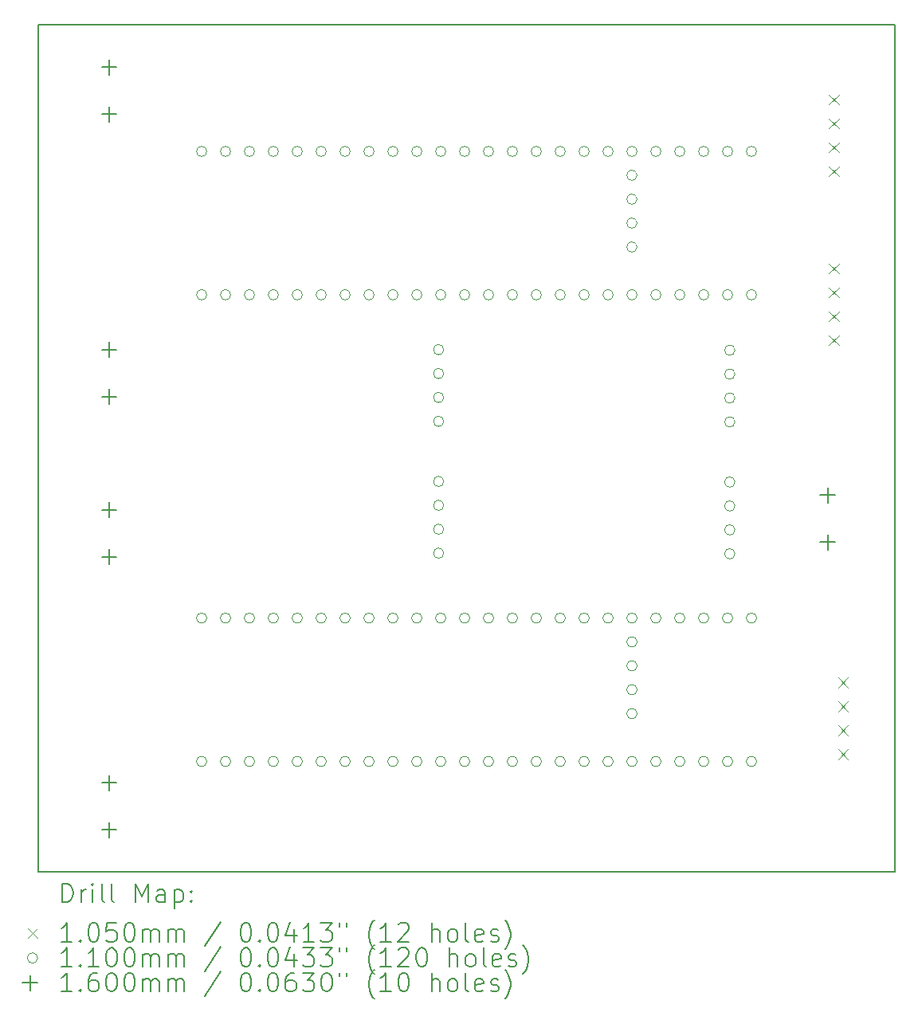
<source format=gbr>
%TF.GenerationSoftware,KiCad,Pcbnew,8.0.8*%
%TF.CreationDate,2025-01-20T13:06:56+08:00*%
%TF.ProjectId,project_pcb,70726f6a-6563-4745-9f70-63622e6b6963,rev?*%
%TF.SameCoordinates,Original*%
%TF.FileFunction,Drillmap*%
%TF.FilePolarity,Positive*%
%FSLAX45Y45*%
G04 Gerber Fmt 4.5, Leading zero omitted, Abs format (unit mm)*
G04 Created by KiCad (PCBNEW 8.0.8) date 2025-01-20 13:06:56*
%MOMM*%
%LPD*%
G01*
G04 APERTURE LIST*
%ADD10C,0.200000*%
%ADD11C,0.104998*%
%ADD12C,0.110002*%
%ADD13C,0.159999*%
G04 APERTURE END LIST*
D10*
X7114000Y-6316000D02*
X16214000Y-6316000D01*
X16214000Y-15316000D01*
X7114000Y-15316000D01*
X7114000Y-6316000D01*
D11*
X15511501Y-7059501D02*
X15616499Y-7164499D01*
X15616499Y-7059501D02*
X15511501Y-7164499D01*
X15511501Y-7313501D02*
X15616499Y-7418499D01*
X15616499Y-7313501D02*
X15511501Y-7418499D01*
X15511501Y-7567501D02*
X15616499Y-7672499D01*
X15616499Y-7567501D02*
X15511501Y-7672499D01*
X15511501Y-7821501D02*
X15616499Y-7926499D01*
X15616499Y-7821501D02*
X15511501Y-7926499D01*
X15511501Y-8851501D02*
X15616499Y-8956499D01*
X15616499Y-8851501D02*
X15511501Y-8956499D01*
X15511501Y-9105501D02*
X15616499Y-9210499D01*
X15616499Y-9105501D02*
X15511501Y-9210499D01*
X15511501Y-9359501D02*
X15616499Y-9464499D01*
X15616499Y-9359501D02*
X15511501Y-9464499D01*
X15511501Y-9613501D02*
X15616499Y-9718499D01*
X15616499Y-9613501D02*
X15511501Y-9718499D01*
X15611501Y-13251501D02*
X15716499Y-13356499D01*
X15716499Y-13251501D02*
X15611501Y-13356499D01*
X15611501Y-13505501D02*
X15716499Y-13610499D01*
X15716499Y-13505501D02*
X15611501Y-13610499D01*
X15611501Y-13759501D02*
X15716499Y-13864499D01*
X15716499Y-13759501D02*
X15611501Y-13864499D01*
X15611501Y-14013501D02*
X15716499Y-14118499D01*
X15716499Y-14013501D02*
X15611501Y-14118499D01*
D12*
X8901001Y-7660000D02*
G75*
G02*
X8790999Y-7660000I-55001J0D01*
G01*
X8790999Y-7660000D02*
G75*
G02*
X8901001Y-7660000I55001J0D01*
G01*
X8901001Y-9183000D02*
G75*
G02*
X8790999Y-9183000I-55001J0D01*
G01*
X8790999Y-9183000D02*
G75*
G02*
X8901001Y-9183000I55001J0D01*
G01*
X8901001Y-12618000D02*
G75*
G02*
X8790999Y-12618000I-55001J0D01*
G01*
X8790999Y-12618000D02*
G75*
G02*
X8901001Y-12618000I55001J0D01*
G01*
X8901001Y-14141000D02*
G75*
G02*
X8790999Y-14141000I-55001J0D01*
G01*
X8790999Y-14141000D02*
G75*
G02*
X8901001Y-14141000I55001J0D01*
G01*
X9155001Y-7660000D02*
G75*
G02*
X9044999Y-7660000I-55001J0D01*
G01*
X9044999Y-7660000D02*
G75*
G02*
X9155001Y-7660000I55001J0D01*
G01*
X9155001Y-9183000D02*
G75*
G02*
X9044999Y-9183000I-55001J0D01*
G01*
X9044999Y-9183000D02*
G75*
G02*
X9155001Y-9183000I55001J0D01*
G01*
X9155001Y-12618000D02*
G75*
G02*
X9044999Y-12618000I-55001J0D01*
G01*
X9044999Y-12618000D02*
G75*
G02*
X9155001Y-12618000I55001J0D01*
G01*
X9155001Y-14141000D02*
G75*
G02*
X9044999Y-14141000I-55001J0D01*
G01*
X9044999Y-14141000D02*
G75*
G02*
X9155001Y-14141000I55001J0D01*
G01*
X9409001Y-7660000D02*
G75*
G02*
X9298999Y-7660000I-55001J0D01*
G01*
X9298999Y-7660000D02*
G75*
G02*
X9409001Y-7660000I55001J0D01*
G01*
X9409001Y-9183000D02*
G75*
G02*
X9298999Y-9183000I-55001J0D01*
G01*
X9298999Y-9183000D02*
G75*
G02*
X9409001Y-9183000I55001J0D01*
G01*
X9409001Y-12618000D02*
G75*
G02*
X9298999Y-12618000I-55001J0D01*
G01*
X9298999Y-12618000D02*
G75*
G02*
X9409001Y-12618000I55001J0D01*
G01*
X9409001Y-14141000D02*
G75*
G02*
X9298999Y-14141000I-55001J0D01*
G01*
X9298999Y-14141000D02*
G75*
G02*
X9409001Y-14141000I55001J0D01*
G01*
X9663001Y-7660000D02*
G75*
G02*
X9552999Y-7660000I-55001J0D01*
G01*
X9552999Y-7660000D02*
G75*
G02*
X9663001Y-7660000I55001J0D01*
G01*
X9663001Y-9183000D02*
G75*
G02*
X9552999Y-9183000I-55001J0D01*
G01*
X9552999Y-9183000D02*
G75*
G02*
X9663001Y-9183000I55001J0D01*
G01*
X9663001Y-12618000D02*
G75*
G02*
X9552999Y-12618000I-55001J0D01*
G01*
X9552999Y-12618000D02*
G75*
G02*
X9663001Y-12618000I55001J0D01*
G01*
X9663001Y-14141000D02*
G75*
G02*
X9552999Y-14141000I-55001J0D01*
G01*
X9552999Y-14141000D02*
G75*
G02*
X9663001Y-14141000I55001J0D01*
G01*
X9917001Y-7660000D02*
G75*
G02*
X9806999Y-7660000I-55001J0D01*
G01*
X9806999Y-7660000D02*
G75*
G02*
X9917001Y-7660000I55001J0D01*
G01*
X9917001Y-9183000D02*
G75*
G02*
X9806999Y-9183000I-55001J0D01*
G01*
X9806999Y-9183000D02*
G75*
G02*
X9917001Y-9183000I55001J0D01*
G01*
X9917001Y-12618000D02*
G75*
G02*
X9806999Y-12618000I-55001J0D01*
G01*
X9806999Y-12618000D02*
G75*
G02*
X9917001Y-12618000I55001J0D01*
G01*
X9917001Y-14141000D02*
G75*
G02*
X9806999Y-14141000I-55001J0D01*
G01*
X9806999Y-14141000D02*
G75*
G02*
X9917001Y-14141000I55001J0D01*
G01*
X10171001Y-7660000D02*
G75*
G02*
X10060999Y-7660000I-55001J0D01*
G01*
X10060999Y-7660000D02*
G75*
G02*
X10171001Y-7660000I55001J0D01*
G01*
X10171001Y-9183000D02*
G75*
G02*
X10060999Y-9183000I-55001J0D01*
G01*
X10060999Y-9183000D02*
G75*
G02*
X10171001Y-9183000I55001J0D01*
G01*
X10171001Y-12618000D02*
G75*
G02*
X10060999Y-12618000I-55001J0D01*
G01*
X10060999Y-12618000D02*
G75*
G02*
X10171001Y-12618000I55001J0D01*
G01*
X10171001Y-14141000D02*
G75*
G02*
X10060999Y-14141000I-55001J0D01*
G01*
X10060999Y-14141000D02*
G75*
G02*
X10171001Y-14141000I55001J0D01*
G01*
X10425001Y-7660000D02*
G75*
G02*
X10314999Y-7660000I-55001J0D01*
G01*
X10314999Y-7660000D02*
G75*
G02*
X10425001Y-7660000I55001J0D01*
G01*
X10425001Y-9183000D02*
G75*
G02*
X10314999Y-9183000I-55001J0D01*
G01*
X10314999Y-9183000D02*
G75*
G02*
X10425001Y-9183000I55001J0D01*
G01*
X10425001Y-12618000D02*
G75*
G02*
X10314999Y-12618000I-55001J0D01*
G01*
X10314999Y-12618000D02*
G75*
G02*
X10425001Y-12618000I55001J0D01*
G01*
X10425001Y-14141000D02*
G75*
G02*
X10314999Y-14141000I-55001J0D01*
G01*
X10314999Y-14141000D02*
G75*
G02*
X10425001Y-14141000I55001J0D01*
G01*
X10679001Y-7660000D02*
G75*
G02*
X10568999Y-7660000I-55001J0D01*
G01*
X10568999Y-7660000D02*
G75*
G02*
X10679001Y-7660000I55001J0D01*
G01*
X10679001Y-9183000D02*
G75*
G02*
X10568999Y-9183000I-55001J0D01*
G01*
X10568999Y-9183000D02*
G75*
G02*
X10679001Y-9183000I55001J0D01*
G01*
X10679001Y-12618000D02*
G75*
G02*
X10568999Y-12618000I-55001J0D01*
G01*
X10568999Y-12618000D02*
G75*
G02*
X10679001Y-12618000I55001J0D01*
G01*
X10679001Y-14141000D02*
G75*
G02*
X10568999Y-14141000I-55001J0D01*
G01*
X10568999Y-14141000D02*
G75*
G02*
X10679001Y-14141000I55001J0D01*
G01*
X10933001Y-7660000D02*
G75*
G02*
X10822999Y-7660000I-55001J0D01*
G01*
X10822999Y-7660000D02*
G75*
G02*
X10933001Y-7660000I55001J0D01*
G01*
X10933001Y-9183000D02*
G75*
G02*
X10822999Y-9183000I-55001J0D01*
G01*
X10822999Y-9183000D02*
G75*
G02*
X10933001Y-9183000I55001J0D01*
G01*
X10933001Y-12618000D02*
G75*
G02*
X10822999Y-12618000I-55001J0D01*
G01*
X10822999Y-12618000D02*
G75*
G02*
X10933001Y-12618000I55001J0D01*
G01*
X10933001Y-14141000D02*
G75*
G02*
X10822999Y-14141000I-55001J0D01*
G01*
X10822999Y-14141000D02*
G75*
G02*
X10933001Y-14141000I55001J0D01*
G01*
X11187001Y-7660000D02*
G75*
G02*
X11076999Y-7660000I-55001J0D01*
G01*
X11076999Y-7660000D02*
G75*
G02*
X11187001Y-7660000I55001J0D01*
G01*
X11187001Y-9183000D02*
G75*
G02*
X11076999Y-9183000I-55001J0D01*
G01*
X11076999Y-9183000D02*
G75*
G02*
X11187001Y-9183000I55001J0D01*
G01*
X11187001Y-12618000D02*
G75*
G02*
X11076999Y-12618000I-55001J0D01*
G01*
X11076999Y-12618000D02*
G75*
G02*
X11187001Y-12618000I55001J0D01*
G01*
X11187001Y-14141000D02*
G75*
G02*
X11076999Y-14141000I-55001J0D01*
G01*
X11076999Y-14141000D02*
G75*
G02*
X11187001Y-14141000I55001J0D01*
G01*
X11419001Y-9766000D02*
G75*
G02*
X11308999Y-9766000I-55001J0D01*
G01*
X11308999Y-9766000D02*
G75*
G02*
X11419001Y-9766000I55001J0D01*
G01*
X11419001Y-10020000D02*
G75*
G02*
X11308999Y-10020000I-55001J0D01*
G01*
X11308999Y-10020000D02*
G75*
G02*
X11419001Y-10020000I55001J0D01*
G01*
X11419001Y-10274000D02*
G75*
G02*
X11308999Y-10274000I-55001J0D01*
G01*
X11308999Y-10274000D02*
G75*
G02*
X11419001Y-10274000I55001J0D01*
G01*
X11419001Y-10528000D02*
G75*
G02*
X11308999Y-10528000I-55001J0D01*
G01*
X11308999Y-10528000D02*
G75*
G02*
X11419001Y-10528000I55001J0D01*
G01*
X11419001Y-11166000D02*
G75*
G02*
X11308999Y-11166000I-55001J0D01*
G01*
X11308999Y-11166000D02*
G75*
G02*
X11419001Y-11166000I55001J0D01*
G01*
X11419001Y-11420000D02*
G75*
G02*
X11308999Y-11420000I-55001J0D01*
G01*
X11308999Y-11420000D02*
G75*
G02*
X11419001Y-11420000I55001J0D01*
G01*
X11419001Y-11674000D02*
G75*
G02*
X11308999Y-11674000I-55001J0D01*
G01*
X11308999Y-11674000D02*
G75*
G02*
X11419001Y-11674000I55001J0D01*
G01*
X11419001Y-11928000D02*
G75*
G02*
X11308999Y-11928000I-55001J0D01*
G01*
X11308999Y-11928000D02*
G75*
G02*
X11419001Y-11928000I55001J0D01*
G01*
X11441001Y-7660000D02*
G75*
G02*
X11330999Y-7660000I-55001J0D01*
G01*
X11330999Y-7660000D02*
G75*
G02*
X11441001Y-7660000I55001J0D01*
G01*
X11441001Y-9183000D02*
G75*
G02*
X11330999Y-9183000I-55001J0D01*
G01*
X11330999Y-9183000D02*
G75*
G02*
X11441001Y-9183000I55001J0D01*
G01*
X11441001Y-12618000D02*
G75*
G02*
X11330999Y-12618000I-55001J0D01*
G01*
X11330999Y-12618000D02*
G75*
G02*
X11441001Y-12618000I55001J0D01*
G01*
X11441001Y-14141000D02*
G75*
G02*
X11330999Y-14141000I-55001J0D01*
G01*
X11330999Y-14141000D02*
G75*
G02*
X11441001Y-14141000I55001J0D01*
G01*
X11695001Y-7660000D02*
G75*
G02*
X11584999Y-7660000I-55001J0D01*
G01*
X11584999Y-7660000D02*
G75*
G02*
X11695001Y-7660000I55001J0D01*
G01*
X11695001Y-9183000D02*
G75*
G02*
X11584999Y-9183000I-55001J0D01*
G01*
X11584999Y-9183000D02*
G75*
G02*
X11695001Y-9183000I55001J0D01*
G01*
X11695001Y-12618000D02*
G75*
G02*
X11584999Y-12618000I-55001J0D01*
G01*
X11584999Y-12618000D02*
G75*
G02*
X11695001Y-12618000I55001J0D01*
G01*
X11695001Y-14141000D02*
G75*
G02*
X11584999Y-14141000I-55001J0D01*
G01*
X11584999Y-14141000D02*
G75*
G02*
X11695001Y-14141000I55001J0D01*
G01*
X11949001Y-7660000D02*
G75*
G02*
X11838999Y-7660000I-55001J0D01*
G01*
X11838999Y-7660000D02*
G75*
G02*
X11949001Y-7660000I55001J0D01*
G01*
X11949001Y-9183000D02*
G75*
G02*
X11838999Y-9183000I-55001J0D01*
G01*
X11838999Y-9183000D02*
G75*
G02*
X11949001Y-9183000I55001J0D01*
G01*
X11949001Y-12618000D02*
G75*
G02*
X11838999Y-12618000I-55001J0D01*
G01*
X11838999Y-12618000D02*
G75*
G02*
X11949001Y-12618000I55001J0D01*
G01*
X11949001Y-14141000D02*
G75*
G02*
X11838999Y-14141000I-55001J0D01*
G01*
X11838999Y-14141000D02*
G75*
G02*
X11949001Y-14141000I55001J0D01*
G01*
X12203001Y-7660000D02*
G75*
G02*
X12092999Y-7660000I-55001J0D01*
G01*
X12092999Y-7660000D02*
G75*
G02*
X12203001Y-7660000I55001J0D01*
G01*
X12203001Y-9183000D02*
G75*
G02*
X12092999Y-9183000I-55001J0D01*
G01*
X12092999Y-9183000D02*
G75*
G02*
X12203001Y-9183000I55001J0D01*
G01*
X12203001Y-12618000D02*
G75*
G02*
X12092999Y-12618000I-55001J0D01*
G01*
X12092999Y-12618000D02*
G75*
G02*
X12203001Y-12618000I55001J0D01*
G01*
X12203001Y-14141000D02*
G75*
G02*
X12092999Y-14141000I-55001J0D01*
G01*
X12092999Y-14141000D02*
G75*
G02*
X12203001Y-14141000I55001J0D01*
G01*
X12457001Y-7660000D02*
G75*
G02*
X12346999Y-7660000I-55001J0D01*
G01*
X12346999Y-7660000D02*
G75*
G02*
X12457001Y-7660000I55001J0D01*
G01*
X12457001Y-9183000D02*
G75*
G02*
X12346999Y-9183000I-55001J0D01*
G01*
X12346999Y-9183000D02*
G75*
G02*
X12457001Y-9183000I55001J0D01*
G01*
X12457001Y-12618000D02*
G75*
G02*
X12346999Y-12618000I-55001J0D01*
G01*
X12346999Y-12618000D02*
G75*
G02*
X12457001Y-12618000I55001J0D01*
G01*
X12457001Y-14141000D02*
G75*
G02*
X12346999Y-14141000I-55001J0D01*
G01*
X12346999Y-14141000D02*
G75*
G02*
X12457001Y-14141000I55001J0D01*
G01*
X12711001Y-7660000D02*
G75*
G02*
X12600999Y-7660000I-55001J0D01*
G01*
X12600999Y-7660000D02*
G75*
G02*
X12711001Y-7660000I55001J0D01*
G01*
X12711001Y-9183000D02*
G75*
G02*
X12600999Y-9183000I-55001J0D01*
G01*
X12600999Y-9183000D02*
G75*
G02*
X12711001Y-9183000I55001J0D01*
G01*
X12711001Y-12618000D02*
G75*
G02*
X12600999Y-12618000I-55001J0D01*
G01*
X12600999Y-12618000D02*
G75*
G02*
X12711001Y-12618000I55001J0D01*
G01*
X12711001Y-14141000D02*
G75*
G02*
X12600999Y-14141000I-55001J0D01*
G01*
X12600999Y-14141000D02*
G75*
G02*
X12711001Y-14141000I55001J0D01*
G01*
X12965001Y-7660000D02*
G75*
G02*
X12854999Y-7660000I-55001J0D01*
G01*
X12854999Y-7660000D02*
G75*
G02*
X12965001Y-7660000I55001J0D01*
G01*
X12965001Y-9183000D02*
G75*
G02*
X12854999Y-9183000I-55001J0D01*
G01*
X12854999Y-9183000D02*
G75*
G02*
X12965001Y-9183000I55001J0D01*
G01*
X12965001Y-12618000D02*
G75*
G02*
X12854999Y-12618000I-55001J0D01*
G01*
X12854999Y-12618000D02*
G75*
G02*
X12965001Y-12618000I55001J0D01*
G01*
X12965001Y-14141000D02*
G75*
G02*
X12854999Y-14141000I-55001J0D01*
G01*
X12854999Y-14141000D02*
G75*
G02*
X12965001Y-14141000I55001J0D01*
G01*
X13219001Y-7660000D02*
G75*
G02*
X13108999Y-7660000I-55001J0D01*
G01*
X13108999Y-7660000D02*
G75*
G02*
X13219001Y-7660000I55001J0D01*
G01*
X13219001Y-9183000D02*
G75*
G02*
X13108999Y-9183000I-55001J0D01*
G01*
X13108999Y-9183000D02*
G75*
G02*
X13219001Y-9183000I55001J0D01*
G01*
X13219001Y-12618000D02*
G75*
G02*
X13108999Y-12618000I-55001J0D01*
G01*
X13108999Y-12618000D02*
G75*
G02*
X13219001Y-12618000I55001J0D01*
G01*
X13219001Y-14141000D02*
G75*
G02*
X13108999Y-14141000I-55001J0D01*
G01*
X13108999Y-14141000D02*
G75*
G02*
X13219001Y-14141000I55001J0D01*
G01*
X13472371Y-7913530D02*
G75*
G02*
X13362369Y-7913530I-55001J0D01*
G01*
X13362369Y-7913530D02*
G75*
G02*
X13472371Y-7913530I55001J0D01*
G01*
X13472371Y-8167530D02*
G75*
G02*
X13362369Y-8167530I-55001J0D01*
G01*
X13362369Y-8167530D02*
G75*
G02*
X13472371Y-8167530I55001J0D01*
G01*
X13472371Y-8421530D02*
G75*
G02*
X13362369Y-8421530I-55001J0D01*
G01*
X13362369Y-8421530D02*
G75*
G02*
X13472371Y-8421530I55001J0D01*
G01*
X13472371Y-8675530D02*
G75*
G02*
X13362369Y-8675530I-55001J0D01*
G01*
X13362369Y-8675530D02*
G75*
G02*
X13472371Y-8675530I55001J0D01*
G01*
X13472441Y-12871440D02*
G75*
G02*
X13362439Y-12871440I-55001J0D01*
G01*
X13362439Y-12871440D02*
G75*
G02*
X13472441Y-12871440I55001J0D01*
G01*
X13472441Y-13125440D02*
G75*
G02*
X13362439Y-13125440I-55001J0D01*
G01*
X13362439Y-13125440D02*
G75*
G02*
X13472441Y-13125440I55001J0D01*
G01*
X13472441Y-13379440D02*
G75*
G02*
X13362439Y-13379440I-55001J0D01*
G01*
X13362439Y-13379440D02*
G75*
G02*
X13472441Y-13379440I55001J0D01*
G01*
X13472441Y-13633440D02*
G75*
G02*
X13362439Y-13633440I-55001J0D01*
G01*
X13362439Y-13633440D02*
G75*
G02*
X13472441Y-13633440I55001J0D01*
G01*
X13473001Y-7660000D02*
G75*
G02*
X13362999Y-7660000I-55001J0D01*
G01*
X13362999Y-7660000D02*
G75*
G02*
X13473001Y-7660000I55001J0D01*
G01*
X13473001Y-9183000D02*
G75*
G02*
X13362999Y-9183000I-55001J0D01*
G01*
X13362999Y-9183000D02*
G75*
G02*
X13473001Y-9183000I55001J0D01*
G01*
X13473001Y-12618000D02*
G75*
G02*
X13362999Y-12618000I-55001J0D01*
G01*
X13362999Y-12618000D02*
G75*
G02*
X13473001Y-12618000I55001J0D01*
G01*
X13473001Y-14141000D02*
G75*
G02*
X13362999Y-14141000I-55001J0D01*
G01*
X13362999Y-14141000D02*
G75*
G02*
X13473001Y-14141000I55001J0D01*
G01*
X13727001Y-7660000D02*
G75*
G02*
X13616999Y-7660000I-55001J0D01*
G01*
X13616999Y-7660000D02*
G75*
G02*
X13727001Y-7660000I55001J0D01*
G01*
X13727001Y-9183000D02*
G75*
G02*
X13616999Y-9183000I-55001J0D01*
G01*
X13616999Y-9183000D02*
G75*
G02*
X13727001Y-9183000I55001J0D01*
G01*
X13727001Y-12618000D02*
G75*
G02*
X13616999Y-12618000I-55001J0D01*
G01*
X13616999Y-12618000D02*
G75*
G02*
X13727001Y-12618000I55001J0D01*
G01*
X13727001Y-14141000D02*
G75*
G02*
X13616999Y-14141000I-55001J0D01*
G01*
X13616999Y-14141000D02*
G75*
G02*
X13727001Y-14141000I55001J0D01*
G01*
X13981001Y-7660000D02*
G75*
G02*
X13870999Y-7660000I-55001J0D01*
G01*
X13870999Y-7660000D02*
G75*
G02*
X13981001Y-7660000I55001J0D01*
G01*
X13981001Y-9183000D02*
G75*
G02*
X13870999Y-9183000I-55001J0D01*
G01*
X13870999Y-9183000D02*
G75*
G02*
X13981001Y-9183000I55001J0D01*
G01*
X13981001Y-12618000D02*
G75*
G02*
X13870999Y-12618000I-55001J0D01*
G01*
X13870999Y-12618000D02*
G75*
G02*
X13981001Y-12618000I55001J0D01*
G01*
X13981001Y-14141000D02*
G75*
G02*
X13870999Y-14141000I-55001J0D01*
G01*
X13870999Y-14141000D02*
G75*
G02*
X13981001Y-14141000I55001J0D01*
G01*
X14235001Y-7660000D02*
G75*
G02*
X14124999Y-7660000I-55001J0D01*
G01*
X14124999Y-7660000D02*
G75*
G02*
X14235001Y-7660000I55001J0D01*
G01*
X14235001Y-9183000D02*
G75*
G02*
X14124999Y-9183000I-55001J0D01*
G01*
X14124999Y-9183000D02*
G75*
G02*
X14235001Y-9183000I55001J0D01*
G01*
X14235001Y-12618000D02*
G75*
G02*
X14124999Y-12618000I-55001J0D01*
G01*
X14124999Y-12618000D02*
G75*
G02*
X14235001Y-12618000I55001J0D01*
G01*
X14235001Y-14141000D02*
G75*
G02*
X14124999Y-14141000I-55001J0D01*
G01*
X14124999Y-14141000D02*
G75*
G02*
X14235001Y-14141000I55001J0D01*
G01*
X14489001Y-7660000D02*
G75*
G02*
X14378999Y-7660000I-55001J0D01*
G01*
X14378999Y-7660000D02*
G75*
G02*
X14489001Y-7660000I55001J0D01*
G01*
X14489001Y-9183000D02*
G75*
G02*
X14378999Y-9183000I-55001J0D01*
G01*
X14378999Y-9183000D02*
G75*
G02*
X14489001Y-9183000I55001J0D01*
G01*
X14489001Y-12618000D02*
G75*
G02*
X14378999Y-12618000I-55001J0D01*
G01*
X14378999Y-12618000D02*
G75*
G02*
X14489001Y-12618000I55001J0D01*
G01*
X14489001Y-14141000D02*
G75*
G02*
X14378999Y-14141000I-55001J0D01*
G01*
X14378999Y-14141000D02*
G75*
G02*
X14489001Y-14141000I55001J0D01*
G01*
X14512001Y-9772000D02*
G75*
G02*
X14401999Y-9772000I-55001J0D01*
G01*
X14401999Y-9772000D02*
G75*
G02*
X14512001Y-9772000I55001J0D01*
G01*
X14512001Y-10026000D02*
G75*
G02*
X14401999Y-10026000I-55001J0D01*
G01*
X14401999Y-10026000D02*
G75*
G02*
X14512001Y-10026000I55001J0D01*
G01*
X14512001Y-10280000D02*
G75*
G02*
X14401999Y-10280000I-55001J0D01*
G01*
X14401999Y-10280000D02*
G75*
G02*
X14512001Y-10280000I55001J0D01*
G01*
X14512001Y-10534000D02*
G75*
G02*
X14401999Y-10534000I-55001J0D01*
G01*
X14401999Y-10534000D02*
G75*
G02*
X14512001Y-10534000I55001J0D01*
G01*
X14512001Y-11173000D02*
G75*
G02*
X14401999Y-11173000I-55001J0D01*
G01*
X14401999Y-11173000D02*
G75*
G02*
X14512001Y-11173000I55001J0D01*
G01*
X14512001Y-11427000D02*
G75*
G02*
X14401999Y-11427000I-55001J0D01*
G01*
X14401999Y-11427000D02*
G75*
G02*
X14512001Y-11427000I55001J0D01*
G01*
X14512001Y-11681000D02*
G75*
G02*
X14401999Y-11681000I-55001J0D01*
G01*
X14401999Y-11681000D02*
G75*
G02*
X14512001Y-11681000I55001J0D01*
G01*
X14512001Y-11935000D02*
G75*
G02*
X14401999Y-11935000I-55001J0D01*
G01*
X14401999Y-11935000D02*
G75*
G02*
X14512001Y-11935000I55001J0D01*
G01*
X14743001Y-7660000D02*
G75*
G02*
X14632999Y-7660000I-55001J0D01*
G01*
X14632999Y-7660000D02*
G75*
G02*
X14743001Y-7660000I55001J0D01*
G01*
X14743001Y-9183000D02*
G75*
G02*
X14632999Y-9183000I-55001J0D01*
G01*
X14632999Y-9183000D02*
G75*
G02*
X14743001Y-9183000I55001J0D01*
G01*
X14743001Y-12618000D02*
G75*
G02*
X14632999Y-12618000I-55001J0D01*
G01*
X14632999Y-12618000D02*
G75*
G02*
X14743001Y-12618000I55001J0D01*
G01*
X14743001Y-14141000D02*
G75*
G02*
X14632999Y-14141000I-55001J0D01*
G01*
X14632999Y-14141000D02*
G75*
G02*
X14743001Y-14141000I55001J0D01*
G01*
D13*
X7864000Y-6686000D02*
X7864000Y-6846000D01*
X7784000Y-6766000D02*
X7944000Y-6766000D01*
X7864000Y-7186000D02*
X7864000Y-7346000D01*
X7784000Y-7266000D02*
X7944000Y-7266000D01*
X7864000Y-9686000D02*
X7864000Y-9846000D01*
X7784000Y-9766000D02*
X7944000Y-9766000D01*
X7864000Y-10186000D02*
X7864000Y-10346000D01*
X7784000Y-10266000D02*
X7944000Y-10266000D01*
X7864000Y-11386000D02*
X7864000Y-11546000D01*
X7784000Y-11466000D02*
X7944000Y-11466000D01*
X7864000Y-11886000D02*
X7864000Y-12046000D01*
X7784000Y-11966000D02*
X7944000Y-11966000D01*
X7864000Y-14286000D02*
X7864000Y-14446000D01*
X7784000Y-14366000D02*
X7944000Y-14366000D01*
X7864000Y-14786000D02*
X7864000Y-14946000D01*
X7784000Y-14866000D02*
X7944000Y-14866000D01*
X15500000Y-11230000D02*
X15500000Y-11390000D01*
X15420000Y-11310000D02*
X15580000Y-11310000D01*
X15500000Y-11730000D02*
X15500000Y-11890000D01*
X15420000Y-11810000D02*
X15580000Y-11810000D01*
D10*
X7364777Y-15637484D02*
X7364777Y-15437484D01*
X7364777Y-15437484D02*
X7412396Y-15437484D01*
X7412396Y-15437484D02*
X7440967Y-15447008D01*
X7440967Y-15447008D02*
X7460015Y-15466055D01*
X7460015Y-15466055D02*
X7469539Y-15485103D01*
X7469539Y-15485103D02*
X7479062Y-15523198D01*
X7479062Y-15523198D02*
X7479062Y-15551769D01*
X7479062Y-15551769D02*
X7469539Y-15589865D01*
X7469539Y-15589865D02*
X7460015Y-15608912D01*
X7460015Y-15608912D02*
X7440967Y-15627960D01*
X7440967Y-15627960D02*
X7412396Y-15637484D01*
X7412396Y-15637484D02*
X7364777Y-15637484D01*
X7564777Y-15637484D02*
X7564777Y-15504150D01*
X7564777Y-15542246D02*
X7574301Y-15523198D01*
X7574301Y-15523198D02*
X7583824Y-15513674D01*
X7583824Y-15513674D02*
X7602872Y-15504150D01*
X7602872Y-15504150D02*
X7621920Y-15504150D01*
X7688586Y-15637484D02*
X7688586Y-15504150D01*
X7688586Y-15437484D02*
X7679062Y-15447008D01*
X7679062Y-15447008D02*
X7688586Y-15456531D01*
X7688586Y-15456531D02*
X7698110Y-15447008D01*
X7698110Y-15447008D02*
X7688586Y-15437484D01*
X7688586Y-15437484D02*
X7688586Y-15456531D01*
X7812396Y-15637484D02*
X7793348Y-15627960D01*
X7793348Y-15627960D02*
X7783824Y-15608912D01*
X7783824Y-15608912D02*
X7783824Y-15437484D01*
X7917158Y-15637484D02*
X7898110Y-15627960D01*
X7898110Y-15627960D02*
X7888586Y-15608912D01*
X7888586Y-15608912D02*
X7888586Y-15437484D01*
X8145729Y-15637484D02*
X8145729Y-15437484D01*
X8145729Y-15437484D02*
X8212396Y-15580341D01*
X8212396Y-15580341D02*
X8279062Y-15437484D01*
X8279062Y-15437484D02*
X8279062Y-15637484D01*
X8460015Y-15637484D02*
X8460015Y-15532722D01*
X8460015Y-15532722D02*
X8450491Y-15513674D01*
X8450491Y-15513674D02*
X8431444Y-15504150D01*
X8431444Y-15504150D02*
X8393348Y-15504150D01*
X8393348Y-15504150D02*
X8374301Y-15513674D01*
X8460015Y-15627960D02*
X8440967Y-15637484D01*
X8440967Y-15637484D02*
X8393348Y-15637484D01*
X8393348Y-15637484D02*
X8374301Y-15627960D01*
X8374301Y-15627960D02*
X8364777Y-15608912D01*
X8364777Y-15608912D02*
X8364777Y-15589865D01*
X8364777Y-15589865D02*
X8374301Y-15570817D01*
X8374301Y-15570817D02*
X8393348Y-15561293D01*
X8393348Y-15561293D02*
X8440967Y-15561293D01*
X8440967Y-15561293D02*
X8460015Y-15551769D01*
X8555253Y-15504150D02*
X8555253Y-15704150D01*
X8555253Y-15513674D02*
X8574301Y-15504150D01*
X8574301Y-15504150D02*
X8612396Y-15504150D01*
X8612396Y-15504150D02*
X8631444Y-15513674D01*
X8631444Y-15513674D02*
X8640967Y-15523198D01*
X8640967Y-15523198D02*
X8650491Y-15542246D01*
X8650491Y-15542246D02*
X8650491Y-15599388D01*
X8650491Y-15599388D02*
X8640967Y-15618436D01*
X8640967Y-15618436D02*
X8631444Y-15627960D01*
X8631444Y-15627960D02*
X8612396Y-15637484D01*
X8612396Y-15637484D02*
X8574301Y-15637484D01*
X8574301Y-15637484D02*
X8555253Y-15627960D01*
X8736205Y-15618436D02*
X8745729Y-15627960D01*
X8745729Y-15627960D02*
X8736205Y-15637484D01*
X8736205Y-15637484D02*
X8726682Y-15627960D01*
X8726682Y-15627960D02*
X8736205Y-15618436D01*
X8736205Y-15618436D02*
X8736205Y-15637484D01*
X8736205Y-15513674D02*
X8745729Y-15523198D01*
X8745729Y-15523198D02*
X8736205Y-15532722D01*
X8736205Y-15532722D02*
X8726682Y-15523198D01*
X8726682Y-15523198D02*
X8736205Y-15513674D01*
X8736205Y-15513674D02*
X8736205Y-15532722D01*
D11*
X6999002Y-15913501D02*
X7104000Y-16018499D01*
X7104000Y-15913501D02*
X6999002Y-16018499D01*
D10*
X7469539Y-16057484D02*
X7355253Y-16057484D01*
X7412396Y-16057484D02*
X7412396Y-15857484D01*
X7412396Y-15857484D02*
X7393348Y-15886055D01*
X7393348Y-15886055D02*
X7374301Y-15905103D01*
X7374301Y-15905103D02*
X7355253Y-15914627D01*
X7555253Y-16038436D02*
X7564777Y-16047960D01*
X7564777Y-16047960D02*
X7555253Y-16057484D01*
X7555253Y-16057484D02*
X7545729Y-16047960D01*
X7545729Y-16047960D02*
X7555253Y-16038436D01*
X7555253Y-16038436D02*
X7555253Y-16057484D01*
X7688586Y-15857484D02*
X7707634Y-15857484D01*
X7707634Y-15857484D02*
X7726682Y-15867008D01*
X7726682Y-15867008D02*
X7736205Y-15876531D01*
X7736205Y-15876531D02*
X7745729Y-15895579D01*
X7745729Y-15895579D02*
X7755253Y-15933674D01*
X7755253Y-15933674D02*
X7755253Y-15981293D01*
X7755253Y-15981293D02*
X7745729Y-16019388D01*
X7745729Y-16019388D02*
X7736205Y-16038436D01*
X7736205Y-16038436D02*
X7726682Y-16047960D01*
X7726682Y-16047960D02*
X7707634Y-16057484D01*
X7707634Y-16057484D02*
X7688586Y-16057484D01*
X7688586Y-16057484D02*
X7669539Y-16047960D01*
X7669539Y-16047960D02*
X7660015Y-16038436D01*
X7660015Y-16038436D02*
X7650491Y-16019388D01*
X7650491Y-16019388D02*
X7640967Y-15981293D01*
X7640967Y-15981293D02*
X7640967Y-15933674D01*
X7640967Y-15933674D02*
X7650491Y-15895579D01*
X7650491Y-15895579D02*
X7660015Y-15876531D01*
X7660015Y-15876531D02*
X7669539Y-15867008D01*
X7669539Y-15867008D02*
X7688586Y-15857484D01*
X7936205Y-15857484D02*
X7840967Y-15857484D01*
X7840967Y-15857484D02*
X7831443Y-15952722D01*
X7831443Y-15952722D02*
X7840967Y-15943198D01*
X7840967Y-15943198D02*
X7860015Y-15933674D01*
X7860015Y-15933674D02*
X7907634Y-15933674D01*
X7907634Y-15933674D02*
X7926682Y-15943198D01*
X7926682Y-15943198D02*
X7936205Y-15952722D01*
X7936205Y-15952722D02*
X7945729Y-15971769D01*
X7945729Y-15971769D02*
X7945729Y-16019388D01*
X7945729Y-16019388D02*
X7936205Y-16038436D01*
X7936205Y-16038436D02*
X7926682Y-16047960D01*
X7926682Y-16047960D02*
X7907634Y-16057484D01*
X7907634Y-16057484D02*
X7860015Y-16057484D01*
X7860015Y-16057484D02*
X7840967Y-16047960D01*
X7840967Y-16047960D02*
X7831443Y-16038436D01*
X8069539Y-15857484D02*
X8088586Y-15857484D01*
X8088586Y-15857484D02*
X8107634Y-15867008D01*
X8107634Y-15867008D02*
X8117158Y-15876531D01*
X8117158Y-15876531D02*
X8126682Y-15895579D01*
X8126682Y-15895579D02*
X8136205Y-15933674D01*
X8136205Y-15933674D02*
X8136205Y-15981293D01*
X8136205Y-15981293D02*
X8126682Y-16019388D01*
X8126682Y-16019388D02*
X8117158Y-16038436D01*
X8117158Y-16038436D02*
X8107634Y-16047960D01*
X8107634Y-16047960D02*
X8088586Y-16057484D01*
X8088586Y-16057484D02*
X8069539Y-16057484D01*
X8069539Y-16057484D02*
X8050491Y-16047960D01*
X8050491Y-16047960D02*
X8040967Y-16038436D01*
X8040967Y-16038436D02*
X8031443Y-16019388D01*
X8031443Y-16019388D02*
X8021920Y-15981293D01*
X8021920Y-15981293D02*
X8021920Y-15933674D01*
X8021920Y-15933674D02*
X8031443Y-15895579D01*
X8031443Y-15895579D02*
X8040967Y-15876531D01*
X8040967Y-15876531D02*
X8050491Y-15867008D01*
X8050491Y-15867008D02*
X8069539Y-15857484D01*
X8221920Y-16057484D02*
X8221920Y-15924150D01*
X8221920Y-15943198D02*
X8231443Y-15933674D01*
X8231443Y-15933674D02*
X8250491Y-15924150D01*
X8250491Y-15924150D02*
X8279063Y-15924150D01*
X8279063Y-15924150D02*
X8298110Y-15933674D01*
X8298110Y-15933674D02*
X8307634Y-15952722D01*
X8307634Y-15952722D02*
X8307634Y-16057484D01*
X8307634Y-15952722D02*
X8317158Y-15933674D01*
X8317158Y-15933674D02*
X8336205Y-15924150D01*
X8336205Y-15924150D02*
X8364777Y-15924150D01*
X8364777Y-15924150D02*
X8383824Y-15933674D01*
X8383824Y-15933674D02*
X8393348Y-15952722D01*
X8393348Y-15952722D02*
X8393348Y-16057484D01*
X8488586Y-16057484D02*
X8488586Y-15924150D01*
X8488586Y-15943198D02*
X8498110Y-15933674D01*
X8498110Y-15933674D02*
X8517158Y-15924150D01*
X8517158Y-15924150D02*
X8545729Y-15924150D01*
X8545729Y-15924150D02*
X8564777Y-15933674D01*
X8564777Y-15933674D02*
X8574301Y-15952722D01*
X8574301Y-15952722D02*
X8574301Y-16057484D01*
X8574301Y-15952722D02*
X8583825Y-15933674D01*
X8583825Y-15933674D02*
X8602872Y-15924150D01*
X8602872Y-15924150D02*
X8631444Y-15924150D01*
X8631444Y-15924150D02*
X8650491Y-15933674D01*
X8650491Y-15933674D02*
X8660015Y-15952722D01*
X8660015Y-15952722D02*
X8660015Y-16057484D01*
X9050491Y-15847960D02*
X8879063Y-16105103D01*
X9307634Y-15857484D02*
X9326682Y-15857484D01*
X9326682Y-15857484D02*
X9345729Y-15867008D01*
X9345729Y-15867008D02*
X9355253Y-15876531D01*
X9355253Y-15876531D02*
X9364777Y-15895579D01*
X9364777Y-15895579D02*
X9374301Y-15933674D01*
X9374301Y-15933674D02*
X9374301Y-15981293D01*
X9374301Y-15981293D02*
X9364777Y-16019388D01*
X9364777Y-16019388D02*
X9355253Y-16038436D01*
X9355253Y-16038436D02*
X9345729Y-16047960D01*
X9345729Y-16047960D02*
X9326682Y-16057484D01*
X9326682Y-16057484D02*
X9307634Y-16057484D01*
X9307634Y-16057484D02*
X9288587Y-16047960D01*
X9288587Y-16047960D02*
X9279063Y-16038436D01*
X9279063Y-16038436D02*
X9269539Y-16019388D01*
X9269539Y-16019388D02*
X9260015Y-15981293D01*
X9260015Y-15981293D02*
X9260015Y-15933674D01*
X9260015Y-15933674D02*
X9269539Y-15895579D01*
X9269539Y-15895579D02*
X9279063Y-15876531D01*
X9279063Y-15876531D02*
X9288587Y-15867008D01*
X9288587Y-15867008D02*
X9307634Y-15857484D01*
X9460015Y-16038436D02*
X9469539Y-16047960D01*
X9469539Y-16047960D02*
X9460015Y-16057484D01*
X9460015Y-16057484D02*
X9450491Y-16047960D01*
X9450491Y-16047960D02*
X9460015Y-16038436D01*
X9460015Y-16038436D02*
X9460015Y-16057484D01*
X9593348Y-15857484D02*
X9612396Y-15857484D01*
X9612396Y-15857484D02*
X9631444Y-15867008D01*
X9631444Y-15867008D02*
X9640968Y-15876531D01*
X9640968Y-15876531D02*
X9650491Y-15895579D01*
X9650491Y-15895579D02*
X9660015Y-15933674D01*
X9660015Y-15933674D02*
X9660015Y-15981293D01*
X9660015Y-15981293D02*
X9650491Y-16019388D01*
X9650491Y-16019388D02*
X9640968Y-16038436D01*
X9640968Y-16038436D02*
X9631444Y-16047960D01*
X9631444Y-16047960D02*
X9612396Y-16057484D01*
X9612396Y-16057484D02*
X9593348Y-16057484D01*
X9593348Y-16057484D02*
X9574301Y-16047960D01*
X9574301Y-16047960D02*
X9564777Y-16038436D01*
X9564777Y-16038436D02*
X9555253Y-16019388D01*
X9555253Y-16019388D02*
X9545729Y-15981293D01*
X9545729Y-15981293D02*
X9545729Y-15933674D01*
X9545729Y-15933674D02*
X9555253Y-15895579D01*
X9555253Y-15895579D02*
X9564777Y-15876531D01*
X9564777Y-15876531D02*
X9574301Y-15867008D01*
X9574301Y-15867008D02*
X9593348Y-15857484D01*
X9831444Y-15924150D02*
X9831444Y-16057484D01*
X9783825Y-15847960D02*
X9736206Y-15990817D01*
X9736206Y-15990817D02*
X9860015Y-15990817D01*
X10040968Y-16057484D02*
X9926682Y-16057484D01*
X9983825Y-16057484D02*
X9983825Y-15857484D01*
X9983825Y-15857484D02*
X9964777Y-15886055D01*
X9964777Y-15886055D02*
X9945729Y-15905103D01*
X9945729Y-15905103D02*
X9926682Y-15914627D01*
X10107634Y-15857484D02*
X10231444Y-15857484D01*
X10231444Y-15857484D02*
X10164777Y-15933674D01*
X10164777Y-15933674D02*
X10193349Y-15933674D01*
X10193349Y-15933674D02*
X10212396Y-15943198D01*
X10212396Y-15943198D02*
X10221920Y-15952722D01*
X10221920Y-15952722D02*
X10231444Y-15971769D01*
X10231444Y-15971769D02*
X10231444Y-16019388D01*
X10231444Y-16019388D02*
X10221920Y-16038436D01*
X10221920Y-16038436D02*
X10212396Y-16047960D01*
X10212396Y-16047960D02*
X10193349Y-16057484D01*
X10193349Y-16057484D02*
X10136206Y-16057484D01*
X10136206Y-16057484D02*
X10117158Y-16047960D01*
X10117158Y-16047960D02*
X10107634Y-16038436D01*
X10307634Y-15857484D02*
X10307634Y-15895579D01*
X10383825Y-15857484D02*
X10383825Y-15895579D01*
X10679063Y-16133674D02*
X10669539Y-16124150D01*
X10669539Y-16124150D02*
X10650491Y-16095579D01*
X10650491Y-16095579D02*
X10640968Y-16076531D01*
X10640968Y-16076531D02*
X10631444Y-16047960D01*
X10631444Y-16047960D02*
X10621920Y-16000341D01*
X10621920Y-16000341D02*
X10621920Y-15962246D01*
X10621920Y-15962246D02*
X10631444Y-15914627D01*
X10631444Y-15914627D02*
X10640968Y-15886055D01*
X10640968Y-15886055D02*
X10650491Y-15867008D01*
X10650491Y-15867008D02*
X10669539Y-15838436D01*
X10669539Y-15838436D02*
X10679063Y-15828912D01*
X10860015Y-16057484D02*
X10745730Y-16057484D01*
X10802872Y-16057484D02*
X10802872Y-15857484D01*
X10802872Y-15857484D02*
X10783825Y-15886055D01*
X10783825Y-15886055D02*
X10764777Y-15905103D01*
X10764777Y-15905103D02*
X10745730Y-15914627D01*
X10936206Y-15876531D02*
X10945730Y-15867008D01*
X10945730Y-15867008D02*
X10964777Y-15857484D01*
X10964777Y-15857484D02*
X11012396Y-15857484D01*
X11012396Y-15857484D02*
X11031444Y-15867008D01*
X11031444Y-15867008D02*
X11040968Y-15876531D01*
X11040968Y-15876531D02*
X11050491Y-15895579D01*
X11050491Y-15895579D02*
X11050491Y-15914627D01*
X11050491Y-15914627D02*
X11040968Y-15943198D01*
X11040968Y-15943198D02*
X10926682Y-16057484D01*
X10926682Y-16057484D02*
X11050491Y-16057484D01*
X11288587Y-16057484D02*
X11288587Y-15857484D01*
X11374301Y-16057484D02*
X11374301Y-15952722D01*
X11374301Y-15952722D02*
X11364777Y-15933674D01*
X11364777Y-15933674D02*
X11345730Y-15924150D01*
X11345730Y-15924150D02*
X11317158Y-15924150D01*
X11317158Y-15924150D02*
X11298110Y-15933674D01*
X11298110Y-15933674D02*
X11288587Y-15943198D01*
X11498110Y-16057484D02*
X11479063Y-16047960D01*
X11479063Y-16047960D02*
X11469539Y-16038436D01*
X11469539Y-16038436D02*
X11460015Y-16019388D01*
X11460015Y-16019388D02*
X11460015Y-15962246D01*
X11460015Y-15962246D02*
X11469539Y-15943198D01*
X11469539Y-15943198D02*
X11479063Y-15933674D01*
X11479063Y-15933674D02*
X11498110Y-15924150D01*
X11498110Y-15924150D02*
X11526682Y-15924150D01*
X11526682Y-15924150D02*
X11545730Y-15933674D01*
X11545730Y-15933674D02*
X11555253Y-15943198D01*
X11555253Y-15943198D02*
X11564777Y-15962246D01*
X11564777Y-15962246D02*
X11564777Y-16019388D01*
X11564777Y-16019388D02*
X11555253Y-16038436D01*
X11555253Y-16038436D02*
X11545730Y-16047960D01*
X11545730Y-16047960D02*
X11526682Y-16057484D01*
X11526682Y-16057484D02*
X11498110Y-16057484D01*
X11679063Y-16057484D02*
X11660015Y-16047960D01*
X11660015Y-16047960D02*
X11650491Y-16028912D01*
X11650491Y-16028912D02*
X11650491Y-15857484D01*
X11831444Y-16047960D02*
X11812396Y-16057484D01*
X11812396Y-16057484D02*
X11774301Y-16057484D01*
X11774301Y-16057484D02*
X11755253Y-16047960D01*
X11755253Y-16047960D02*
X11745730Y-16028912D01*
X11745730Y-16028912D02*
X11745730Y-15952722D01*
X11745730Y-15952722D02*
X11755253Y-15933674D01*
X11755253Y-15933674D02*
X11774301Y-15924150D01*
X11774301Y-15924150D02*
X11812396Y-15924150D01*
X11812396Y-15924150D02*
X11831444Y-15933674D01*
X11831444Y-15933674D02*
X11840968Y-15952722D01*
X11840968Y-15952722D02*
X11840968Y-15971769D01*
X11840968Y-15971769D02*
X11745730Y-15990817D01*
X11917158Y-16047960D02*
X11936206Y-16057484D01*
X11936206Y-16057484D02*
X11974301Y-16057484D01*
X11974301Y-16057484D02*
X11993349Y-16047960D01*
X11993349Y-16047960D02*
X12002872Y-16028912D01*
X12002872Y-16028912D02*
X12002872Y-16019388D01*
X12002872Y-16019388D02*
X11993349Y-16000341D01*
X11993349Y-16000341D02*
X11974301Y-15990817D01*
X11974301Y-15990817D02*
X11945730Y-15990817D01*
X11945730Y-15990817D02*
X11926682Y-15981293D01*
X11926682Y-15981293D02*
X11917158Y-15962246D01*
X11917158Y-15962246D02*
X11917158Y-15952722D01*
X11917158Y-15952722D02*
X11926682Y-15933674D01*
X11926682Y-15933674D02*
X11945730Y-15924150D01*
X11945730Y-15924150D02*
X11974301Y-15924150D01*
X11974301Y-15924150D02*
X11993349Y-15933674D01*
X12069539Y-16133674D02*
X12079063Y-16124150D01*
X12079063Y-16124150D02*
X12098111Y-16095579D01*
X12098111Y-16095579D02*
X12107634Y-16076531D01*
X12107634Y-16076531D02*
X12117158Y-16047960D01*
X12117158Y-16047960D02*
X12126682Y-16000341D01*
X12126682Y-16000341D02*
X12126682Y-15962246D01*
X12126682Y-15962246D02*
X12117158Y-15914627D01*
X12117158Y-15914627D02*
X12107634Y-15886055D01*
X12107634Y-15886055D02*
X12098111Y-15867008D01*
X12098111Y-15867008D02*
X12079063Y-15838436D01*
X12079063Y-15838436D02*
X12069539Y-15828912D01*
D12*
X7104000Y-16230000D02*
G75*
G02*
X6993998Y-16230000I-55001J0D01*
G01*
X6993998Y-16230000D02*
G75*
G02*
X7104000Y-16230000I55001J0D01*
G01*
D10*
X7469539Y-16321484D02*
X7355253Y-16321484D01*
X7412396Y-16321484D02*
X7412396Y-16121484D01*
X7412396Y-16121484D02*
X7393348Y-16150055D01*
X7393348Y-16150055D02*
X7374301Y-16169103D01*
X7374301Y-16169103D02*
X7355253Y-16178627D01*
X7555253Y-16302436D02*
X7564777Y-16311960D01*
X7564777Y-16311960D02*
X7555253Y-16321484D01*
X7555253Y-16321484D02*
X7545729Y-16311960D01*
X7545729Y-16311960D02*
X7555253Y-16302436D01*
X7555253Y-16302436D02*
X7555253Y-16321484D01*
X7755253Y-16321484D02*
X7640967Y-16321484D01*
X7698110Y-16321484D02*
X7698110Y-16121484D01*
X7698110Y-16121484D02*
X7679062Y-16150055D01*
X7679062Y-16150055D02*
X7660015Y-16169103D01*
X7660015Y-16169103D02*
X7640967Y-16178627D01*
X7879062Y-16121484D02*
X7898110Y-16121484D01*
X7898110Y-16121484D02*
X7917158Y-16131008D01*
X7917158Y-16131008D02*
X7926682Y-16140531D01*
X7926682Y-16140531D02*
X7936205Y-16159579D01*
X7936205Y-16159579D02*
X7945729Y-16197674D01*
X7945729Y-16197674D02*
X7945729Y-16245293D01*
X7945729Y-16245293D02*
X7936205Y-16283388D01*
X7936205Y-16283388D02*
X7926682Y-16302436D01*
X7926682Y-16302436D02*
X7917158Y-16311960D01*
X7917158Y-16311960D02*
X7898110Y-16321484D01*
X7898110Y-16321484D02*
X7879062Y-16321484D01*
X7879062Y-16321484D02*
X7860015Y-16311960D01*
X7860015Y-16311960D02*
X7850491Y-16302436D01*
X7850491Y-16302436D02*
X7840967Y-16283388D01*
X7840967Y-16283388D02*
X7831443Y-16245293D01*
X7831443Y-16245293D02*
X7831443Y-16197674D01*
X7831443Y-16197674D02*
X7840967Y-16159579D01*
X7840967Y-16159579D02*
X7850491Y-16140531D01*
X7850491Y-16140531D02*
X7860015Y-16131008D01*
X7860015Y-16131008D02*
X7879062Y-16121484D01*
X8069539Y-16121484D02*
X8088586Y-16121484D01*
X8088586Y-16121484D02*
X8107634Y-16131008D01*
X8107634Y-16131008D02*
X8117158Y-16140531D01*
X8117158Y-16140531D02*
X8126682Y-16159579D01*
X8126682Y-16159579D02*
X8136205Y-16197674D01*
X8136205Y-16197674D02*
X8136205Y-16245293D01*
X8136205Y-16245293D02*
X8126682Y-16283388D01*
X8126682Y-16283388D02*
X8117158Y-16302436D01*
X8117158Y-16302436D02*
X8107634Y-16311960D01*
X8107634Y-16311960D02*
X8088586Y-16321484D01*
X8088586Y-16321484D02*
X8069539Y-16321484D01*
X8069539Y-16321484D02*
X8050491Y-16311960D01*
X8050491Y-16311960D02*
X8040967Y-16302436D01*
X8040967Y-16302436D02*
X8031443Y-16283388D01*
X8031443Y-16283388D02*
X8021920Y-16245293D01*
X8021920Y-16245293D02*
X8021920Y-16197674D01*
X8021920Y-16197674D02*
X8031443Y-16159579D01*
X8031443Y-16159579D02*
X8040967Y-16140531D01*
X8040967Y-16140531D02*
X8050491Y-16131008D01*
X8050491Y-16131008D02*
X8069539Y-16121484D01*
X8221920Y-16321484D02*
X8221920Y-16188150D01*
X8221920Y-16207198D02*
X8231443Y-16197674D01*
X8231443Y-16197674D02*
X8250491Y-16188150D01*
X8250491Y-16188150D02*
X8279063Y-16188150D01*
X8279063Y-16188150D02*
X8298110Y-16197674D01*
X8298110Y-16197674D02*
X8307634Y-16216722D01*
X8307634Y-16216722D02*
X8307634Y-16321484D01*
X8307634Y-16216722D02*
X8317158Y-16197674D01*
X8317158Y-16197674D02*
X8336205Y-16188150D01*
X8336205Y-16188150D02*
X8364777Y-16188150D01*
X8364777Y-16188150D02*
X8383824Y-16197674D01*
X8383824Y-16197674D02*
X8393348Y-16216722D01*
X8393348Y-16216722D02*
X8393348Y-16321484D01*
X8488586Y-16321484D02*
X8488586Y-16188150D01*
X8488586Y-16207198D02*
X8498110Y-16197674D01*
X8498110Y-16197674D02*
X8517158Y-16188150D01*
X8517158Y-16188150D02*
X8545729Y-16188150D01*
X8545729Y-16188150D02*
X8564777Y-16197674D01*
X8564777Y-16197674D02*
X8574301Y-16216722D01*
X8574301Y-16216722D02*
X8574301Y-16321484D01*
X8574301Y-16216722D02*
X8583825Y-16197674D01*
X8583825Y-16197674D02*
X8602872Y-16188150D01*
X8602872Y-16188150D02*
X8631444Y-16188150D01*
X8631444Y-16188150D02*
X8650491Y-16197674D01*
X8650491Y-16197674D02*
X8660015Y-16216722D01*
X8660015Y-16216722D02*
X8660015Y-16321484D01*
X9050491Y-16111960D02*
X8879063Y-16369103D01*
X9307634Y-16121484D02*
X9326682Y-16121484D01*
X9326682Y-16121484D02*
X9345729Y-16131008D01*
X9345729Y-16131008D02*
X9355253Y-16140531D01*
X9355253Y-16140531D02*
X9364777Y-16159579D01*
X9364777Y-16159579D02*
X9374301Y-16197674D01*
X9374301Y-16197674D02*
X9374301Y-16245293D01*
X9374301Y-16245293D02*
X9364777Y-16283388D01*
X9364777Y-16283388D02*
X9355253Y-16302436D01*
X9355253Y-16302436D02*
X9345729Y-16311960D01*
X9345729Y-16311960D02*
X9326682Y-16321484D01*
X9326682Y-16321484D02*
X9307634Y-16321484D01*
X9307634Y-16321484D02*
X9288587Y-16311960D01*
X9288587Y-16311960D02*
X9279063Y-16302436D01*
X9279063Y-16302436D02*
X9269539Y-16283388D01*
X9269539Y-16283388D02*
X9260015Y-16245293D01*
X9260015Y-16245293D02*
X9260015Y-16197674D01*
X9260015Y-16197674D02*
X9269539Y-16159579D01*
X9269539Y-16159579D02*
X9279063Y-16140531D01*
X9279063Y-16140531D02*
X9288587Y-16131008D01*
X9288587Y-16131008D02*
X9307634Y-16121484D01*
X9460015Y-16302436D02*
X9469539Y-16311960D01*
X9469539Y-16311960D02*
X9460015Y-16321484D01*
X9460015Y-16321484D02*
X9450491Y-16311960D01*
X9450491Y-16311960D02*
X9460015Y-16302436D01*
X9460015Y-16302436D02*
X9460015Y-16321484D01*
X9593348Y-16121484D02*
X9612396Y-16121484D01*
X9612396Y-16121484D02*
X9631444Y-16131008D01*
X9631444Y-16131008D02*
X9640968Y-16140531D01*
X9640968Y-16140531D02*
X9650491Y-16159579D01*
X9650491Y-16159579D02*
X9660015Y-16197674D01*
X9660015Y-16197674D02*
X9660015Y-16245293D01*
X9660015Y-16245293D02*
X9650491Y-16283388D01*
X9650491Y-16283388D02*
X9640968Y-16302436D01*
X9640968Y-16302436D02*
X9631444Y-16311960D01*
X9631444Y-16311960D02*
X9612396Y-16321484D01*
X9612396Y-16321484D02*
X9593348Y-16321484D01*
X9593348Y-16321484D02*
X9574301Y-16311960D01*
X9574301Y-16311960D02*
X9564777Y-16302436D01*
X9564777Y-16302436D02*
X9555253Y-16283388D01*
X9555253Y-16283388D02*
X9545729Y-16245293D01*
X9545729Y-16245293D02*
X9545729Y-16197674D01*
X9545729Y-16197674D02*
X9555253Y-16159579D01*
X9555253Y-16159579D02*
X9564777Y-16140531D01*
X9564777Y-16140531D02*
X9574301Y-16131008D01*
X9574301Y-16131008D02*
X9593348Y-16121484D01*
X9831444Y-16188150D02*
X9831444Y-16321484D01*
X9783825Y-16111960D02*
X9736206Y-16254817D01*
X9736206Y-16254817D02*
X9860015Y-16254817D01*
X9917158Y-16121484D02*
X10040968Y-16121484D01*
X10040968Y-16121484D02*
X9974301Y-16197674D01*
X9974301Y-16197674D02*
X10002872Y-16197674D01*
X10002872Y-16197674D02*
X10021920Y-16207198D01*
X10021920Y-16207198D02*
X10031444Y-16216722D01*
X10031444Y-16216722D02*
X10040968Y-16235769D01*
X10040968Y-16235769D02*
X10040968Y-16283388D01*
X10040968Y-16283388D02*
X10031444Y-16302436D01*
X10031444Y-16302436D02*
X10021920Y-16311960D01*
X10021920Y-16311960D02*
X10002872Y-16321484D01*
X10002872Y-16321484D02*
X9945729Y-16321484D01*
X9945729Y-16321484D02*
X9926682Y-16311960D01*
X9926682Y-16311960D02*
X9917158Y-16302436D01*
X10107634Y-16121484D02*
X10231444Y-16121484D01*
X10231444Y-16121484D02*
X10164777Y-16197674D01*
X10164777Y-16197674D02*
X10193349Y-16197674D01*
X10193349Y-16197674D02*
X10212396Y-16207198D01*
X10212396Y-16207198D02*
X10221920Y-16216722D01*
X10221920Y-16216722D02*
X10231444Y-16235769D01*
X10231444Y-16235769D02*
X10231444Y-16283388D01*
X10231444Y-16283388D02*
X10221920Y-16302436D01*
X10221920Y-16302436D02*
X10212396Y-16311960D01*
X10212396Y-16311960D02*
X10193349Y-16321484D01*
X10193349Y-16321484D02*
X10136206Y-16321484D01*
X10136206Y-16321484D02*
X10117158Y-16311960D01*
X10117158Y-16311960D02*
X10107634Y-16302436D01*
X10307634Y-16121484D02*
X10307634Y-16159579D01*
X10383825Y-16121484D02*
X10383825Y-16159579D01*
X10679063Y-16397674D02*
X10669539Y-16388150D01*
X10669539Y-16388150D02*
X10650491Y-16359579D01*
X10650491Y-16359579D02*
X10640968Y-16340531D01*
X10640968Y-16340531D02*
X10631444Y-16311960D01*
X10631444Y-16311960D02*
X10621920Y-16264341D01*
X10621920Y-16264341D02*
X10621920Y-16226246D01*
X10621920Y-16226246D02*
X10631444Y-16178627D01*
X10631444Y-16178627D02*
X10640968Y-16150055D01*
X10640968Y-16150055D02*
X10650491Y-16131008D01*
X10650491Y-16131008D02*
X10669539Y-16102436D01*
X10669539Y-16102436D02*
X10679063Y-16092912D01*
X10860015Y-16321484D02*
X10745730Y-16321484D01*
X10802872Y-16321484D02*
X10802872Y-16121484D01*
X10802872Y-16121484D02*
X10783825Y-16150055D01*
X10783825Y-16150055D02*
X10764777Y-16169103D01*
X10764777Y-16169103D02*
X10745730Y-16178627D01*
X10936206Y-16140531D02*
X10945730Y-16131008D01*
X10945730Y-16131008D02*
X10964777Y-16121484D01*
X10964777Y-16121484D02*
X11012396Y-16121484D01*
X11012396Y-16121484D02*
X11031444Y-16131008D01*
X11031444Y-16131008D02*
X11040968Y-16140531D01*
X11040968Y-16140531D02*
X11050491Y-16159579D01*
X11050491Y-16159579D02*
X11050491Y-16178627D01*
X11050491Y-16178627D02*
X11040968Y-16207198D01*
X11040968Y-16207198D02*
X10926682Y-16321484D01*
X10926682Y-16321484D02*
X11050491Y-16321484D01*
X11174301Y-16121484D02*
X11193349Y-16121484D01*
X11193349Y-16121484D02*
X11212396Y-16131008D01*
X11212396Y-16131008D02*
X11221920Y-16140531D01*
X11221920Y-16140531D02*
X11231444Y-16159579D01*
X11231444Y-16159579D02*
X11240968Y-16197674D01*
X11240968Y-16197674D02*
X11240968Y-16245293D01*
X11240968Y-16245293D02*
X11231444Y-16283388D01*
X11231444Y-16283388D02*
X11221920Y-16302436D01*
X11221920Y-16302436D02*
X11212396Y-16311960D01*
X11212396Y-16311960D02*
X11193349Y-16321484D01*
X11193349Y-16321484D02*
X11174301Y-16321484D01*
X11174301Y-16321484D02*
X11155253Y-16311960D01*
X11155253Y-16311960D02*
X11145730Y-16302436D01*
X11145730Y-16302436D02*
X11136206Y-16283388D01*
X11136206Y-16283388D02*
X11126682Y-16245293D01*
X11126682Y-16245293D02*
X11126682Y-16197674D01*
X11126682Y-16197674D02*
X11136206Y-16159579D01*
X11136206Y-16159579D02*
X11145730Y-16140531D01*
X11145730Y-16140531D02*
X11155253Y-16131008D01*
X11155253Y-16131008D02*
X11174301Y-16121484D01*
X11479063Y-16321484D02*
X11479063Y-16121484D01*
X11564777Y-16321484D02*
X11564777Y-16216722D01*
X11564777Y-16216722D02*
X11555253Y-16197674D01*
X11555253Y-16197674D02*
X11536206Y-16188150D01*
X11536206Y-16188150D02*
X11507634Y-16188150D01*
X11507634Y-16188150D02*
X11488587Y-16197674D01*
X11488587Y-16197674D02*
X11479063Y-16207198D01*
X11688587Y-16321484D02*
X11669539Y-16311960D01*
X11669539Y-16311960D02*
X11660015Y-16302436D01*
X11660015Y-16302436D02*
X11650491Y-16283388D01*
X11650491Y-16283388D02*
X11650491Y-16226246D01*
X11650491Y-16226246D02*
X11660015Y-16207198D01*
X11660015Y-16207198D02*
X11669539Y-16197674D01*
X11669539Y-16197674D02*
X11688587Y-16188150D01*
X11688587Y-16188150D02*
X11717158Y-16188150D01*
X11717158Y-16188150D02*
X11736206Y-16197674D01*
X11736206Y-16197674D02*
X11745730Y-16207198D01*
X11745730Y-16207198D02*
X11755253Y-16226246D01*
X11755253Y-16226246D02*
X11755253Y-16283388D01*
X11755253Y-16283388D02*
X11745730Y-16302436D01*
X11745730Y-16302436D02*
X11736206Y-16311960D01*
X11736206Y-16311960D02*
X11717158Y-16321484D01*
X11717158Y-16321484D02*
X11688587Y-16321484D01*
X11869539Y-16321484D02*
X11850491Y-16311960D01*
X11850491Y-16311960D02*
X11840968Y-16292912D01*
X11840968Y-16292912D02*
X11840968Y-16121484D01*
X12021920Y-16311960D02*
X12002872Y-16321484D01*
X12002872Y-16321484D02*
X11964777Y-16321484D01*
X11964777Y-16321484D02*
X11945730Y-16311960D01*
X11945730Y-16311960D02*
X11936206Y-16292912D01*
X11936206Y-16292912D02*
X11936206Y-16216722D01*
X11936206Y-16216722D02*
X11945730Y-16197674D01*
X11945730Y-16197674D02*
X11964777Y-16188150D01*
X11964777Y-16188150D02*
X12002872Y-16188150D01*
X12002872Y-16188150D02*
X12021920Y-16197674D01*
X12021920Y-16197674D02*
X12031444Y-16216722D01*
X12031444Y-16216722D02*
X12031444Y-16235769D01*
X12031444Y-16235769D02*
X11936206Y-16254817D01*
X12107634Y-16311960D02*
X12126682Y-16321484D01*
X12126682Y-16321484D02*
X12164777Y-16321484D01*
X12164777Y-16321484D02*
X12183825Y-16311960D01*
X12183825Y-16311960D02*
X12193349Y-16292912D01*
X12193349Y-16292912D02*
X12193349Y-16283388D01*
X12193349Y-16283388D02*
X12183825Y-16264341D01*
X12183825Y-16264341D02*
X12164777Y-16254817D01*
X12164777Y-16254817D02*
X12136206Y-16254817D01*
X12136206Y-16254817D02*
X12117158Y-16245293D01*
X12117158Y-16245293D02*
X12107634Y-16226246D01*
X12107634Y-16226246D02*
X12107634Y-16216722D01*
X12107634Y-16216722D02*
X12117158Y-16197674D01*
X12117158Y-16197674D02*
X12136206Y-16188150D01*
X12136206Y-16188150D02*
X12164777Y-16188150D01*
X12164777Y-16188150D02*
X12183825Y-16197674D01*
X12260015Y-16397674D02*
X12269539Y-16388150D01*
X12269539Y-16388150D02*
X12288587Y-16359579D01*
X12288587Y-16359579D02*
X12298111Y-16340531D01*
X12298111Y-16340531D02*
X12307634Y-16311960D01*
X12307634Y-16311960D02*
X12317158Y-16264341D01*
X12317158Y-16264341D02*
X12317158Y-16226246D01*
X12317158Y-16226246D02*
X12307634Y-16178627D01*
X12307634Y-16178627D02*
X12298111Y-16150055D01*
X12298111Y-16150055D02*
X12288587Y-16131008D01*
X12288587Y-16131008D02*
X12269539Y-16102436D01*
X12269539Y-16102436D02*
X12260015Y-16092912D01*
D13*
X7024000Y-16414000D02*
X7024000Y-16574000D01*
X6944000Y-16494000D02*
X7104000Y-16494000D01*
D10*
X7469539Y-16585484D02*
X7355253Y-16585484D01*
X7412396Y-16585484D02*
X7412396Y-16385484D01*
X7412396Y-16385484D02*
X7393348Y-16414055D01*
X7393348Y-16414055D02*
X7374301Y-16433103D01*
X7374301Y-16433103D02*
X7355253Y-16442627D01*
X7555253Y-16566436D02*
X7564777Y-16575960D01*
X7564777Y-16575960D02*
X7555253Y-16585484D01*
X7555253Y-16585484D02*
X7545729Y-16575960D01*
X7545729Y-16575960D02*
X7555253Y-16566436D01*
X7555253Y-16566436D02*
X7555253Y-16585484D01*
X7736205Y-16385484D02*
X7698110Y-16385484D01*
X7698110Y-16385484D02*
X7679062Y-16395008D01*
X7679062Y-16395008D02*
X7669539Y-16404531D01*
X7669539Y-16404531D02*
X7650491Y-16433103D01*
X7650491Y-16433103D02*
X7640967Y-16471198D01*
X7640967Y-16471198D02*
X7640967Y-16547388D01*
X7640967Y-16547388D02*
X7650491Y-16566436D01*
X7650491Y-16566436D02*
X7660015Y-16575960D01*
X7660015Y-16575960D02*
X7679062Y-16585484D01*
X7679062Y-16585484D02*
X7717158Y-16585484D01*
X7717158Y-16585484D02*
X7736205Y-16575960D01*
X7736205Y-16575960D02*
X7745729Y-16566436D01*
X7745729Y-16566436D02*
X7755253Y-16547388D01*
X7755253Y-16547388D02*
X7755253Y-16499769D01*
X7755253Y-16499769D02*
X7745729Y-16480722D01*
X7745729Y-16480722D02*
X7736205Y-16471198D01*
X7736205Y-16471198D02*
X7717158Y-16461674D01*
X7717158Y-16461674D02*
X7679062Y-16461674D01*
X7679062Y-16461674D02*
X7660015Y-16471198D01*
X7660015Y-16471198D02*
X7650491Y-16480722D01*
X7650491Y-16480722D02*
X7640967Y-16499769D01*
X7879062Y-16385484D02*
X7898110Y-16385484D01*
X7898110Y-16385484D02*
X7917158Y-16395008D01*
X7917158Y-16395008D02*
X7926682Y-16404531D01*
X7926682Y-16404531D02*
X7936205Y-16423579D01*
X7936205Y-16423579D02*
X7945729Y-16461674D01*
X7945729Y-16461674D02*
X7945729Y-16509293D01*
X7945729Y-16509293D02*
X7936205Y-16547388D01*
X7936205Y-16547388D02*
X7926682Y-16566436D01*
X7926682Y-16566436D02*
X7917158Y-16575960D01*
X7917158Y-16575960D02*
X7898110Y-16585484D01*
X7898110Y-16585484D02*
X7879062Y-16585484D01*
X7879062Y-16585484D02*
X7860015Y-16575960D01*
X7860015Y-16575960D02*
X7850491Y-16566436D01*
X7850491Y-16566436D02*
X7840967Y-16547388D01*
X7840967Y-16547388D02*
X7831443Y-16509293D01*
X7831443Y-16509293D02*
X7831443Y-16461674D01*
X7831443Y-16461674D02*
X7840967Y-16423579D01*
X7840967Y-16423579D02*
X7850491Y-16404531D01*
X7850491Y-16404531D02*
X7860015Y-16395008D01*
X7860015Y-16395008D02*
X7879062Y-16385484D01*
X8069539Y-16385484D02*
X8088586Y-16385484D01*
X8088586Y-16385484D02*
X8107634Y-16395008D01*
X8107634Y-16395008D02*
X8117158Y-16404531D01*
X8117158Y-16404531D02*
X8126682Y-16423579D01*
X8126682Y-16423579D02*
X8136205Y-16461674D01*
X8136205Y-16461674D02*
X8136205Y-16509293D01*
X8136205Y-16509293D02*
X8126682Y-16547388D01*
X8126682Y-16547388D02*
X8117158Y-16566436D01*
X8117158Y-16566436D02*
X8107634Y-16575960D01*
X8107634Y-16575960D02*
X8088586Y-16585484D01*
X8088586Y-16585484D02*
X8069539Y-16585484D01*
X8069539Y-16585484D02*
X8050491Y-16575960D01*
X8050491Y-16575960D02*
X8040967Y-16566436D01*
X8040967Y-16566436D02*
X8031443Y-16547388D01*
X8031443Y-16547388D02*
X8021920Y-16509293D01*
X8021920Y-16509293D02*
X8021920Y-16461674D01*
X8021920Y-16461674D02*
X8031443Y-16423579D01*
X8031443Y-16423579D02*
X8040967Y-16404531D01*
X8040967Y-16404531D02*
X8050491Y-16395008D01*
X8050491Y-16395008D02*
X8069539Y-16385484D01*
X8221920Y-16585484D02*
X8221920Y-16452150D01*
X8221920Y-16471198D02*
X8231443Y-16461674D01*
X8231443Y-16461674D02*
X8250491Y-16452150D01*
X8250491Y-16452150D02*
X8279063Y-16452150D01*
X8279063Y-16452150D02*
X8298110Y-16461674D01*
X8298110Y-16461674D02*
X8307634Y-16480722D01*
X8307634Y-16480722D02*
X8307634Y-16585484D01*
X8307634Y-16480722D02*
X8317158Y-16461674D01*
X8317158Y-16461674D02*
X8336205Y-16452150D01*
X8336205Y-16452150D02*
X8364777Y-16452150D01*
X8364777Y-16452150D02*
X8383824Y-16461674D01*
X8383824Y-16461674D02*
X8393348Y-16480722D01*
X8393348Y-16480722D02*
X8393348Y-16585484D01*
X8488586Y-16585484D02*
X8488586Y-16452150D01*
X8488586Y-16471198D02*
X8498110Y-16461674D01*
X8498110Y-16461674D02*
X8517158Y-16452150D01*
X8517158Y-16452150D02*
X8545729Y-16452150D01*
X8545729Y-16452150D02*
X8564777Y-16461674D01*
X8564777Y-16461674D02*
X8574301Y-16480722D01*
X8574301Y-16480722D02*
X8574301Y-16585484D01*
X8574301Y-16480722D02*
X8583825Y-16461674D01*
X8583825Y-16461674D02*
X8602872Y-16452150D01*
X8602872Y-16452150D02*
X8631444Y-16452150D01*
X8631444Y-16452150D02*
X8650491Y-16461674D01*
X8650491Y-16461674D02*
X8660015Y-16480722D01*
X8660015Y-16480722D02*
X8660015Y-16585484D01*
X9050491Y-16375960D02*
X8879063Y-16633103D01*
X9307634Y-16385484D02*
X9326682Y-16385484D01*
X9326682Y-16385484D02*
X9345729Y-16395008D01*
X9345729Y-16395008D02*
X9355253Y-16404531D01*
X9355253Y-16404531D02*
X9364777Y-16423579D01*
X9364777Y-16423579D02*
X9374301Y-16461674D01*
X9374301Y-16461674D02*
X9374301Y-16509293D01*
X9374301Y-16509293D02*
X9364777Y-16547388D01*
X9364777Y-16547388D02*
X9355253Y-16566436D01*
X9355253Y-16566436D02*
X9345729Y-16575960D01*
X9345729Y-16575960D02*
X9326682Y-16585484D01*
X9326682Y-16585484D02*
X9307634Y-16585484D01*
X9307634Y-16585484D02*
X9288587Y-16575960D01*
X9288587Y-16575960D02*
X9279063Y-16566436D01*
X9279063Y-16566436D02*
X9269539Y-16547388D01*
X9269539Y-16547388D02*
X9260015Y-16509293D01*
X9260015Y-16509293D02*
X9260015Y-16461674D01*
X9260015Y-16461674D02*
X9269539Y-16423579D01*
X9269539Y-16423579D02*
X9279063Y-16404531D01*
X9279063Y-16404531D02*
X9288587Y-16395008D01*
X9288587Y-16395008D02*
X9307634Y-16385484D01*
X9460015Y-16566436D02*
X9469539Y-16575960D01*
X9469539Y-16575960D02*
X9460015Y-16585484D01*
X9460015Y-16585484D02*
X9450491Y-16575960D01*
X9450491Y-16575960D02*
X9460015Y-16566436D01*
X9460015Y-16566436D02*
X9460015Y-16585484D01*
X9593348Y-16385484D02*
X9612396Y-16385484D01*
X9612396Y-16385484D02*
X9631444Y-16395008D01*
X9631444Y-16395008D02*
X9640968Y-16404531D01*
X9640968Y-16404531D02*
X9650491Y-16423579D01*
X9650491Y-16423579D02*
X9660015Y-16461674D01*
X9660015Y-16461674D02*
X9660015Y-16509293D01*
X9660015Y-16509293D02*
X9650491Y-16547388D01*
X9650491Y-16547388D02*
X9640968Y-16566436D01*
X9640968Y-16566436D02*
X9631444Y-16575960D01*
X9631444Y-16575960D02*
X9612396Y-16585484D01*
X9612396Y-16585484D02*
X9593348Y-16585484D01*
X9593348Y-16585484D02*
X9574301Y-16575960D01*
X9574301Y-16575960D02*
X9564777Y-16566436D01*
X9564777Y-16566436D02*
X9555253Y-16547388D01*
X9555253Y-16547388D02*
X9545729Y-16509293D01*
X9545729Y-16509293D02*
X9545729Y-16461674D01*
X9545729Y-16461674D02*
X9555253Y-16423579D01*
X9555253Y-16423579D02*
X9564777Y-16404531D01*
X9564777Y-16404531D02*
X9574301Y-16395008D01*
X9574301Y-16395008D02*
X9593348Y-16385484D01*
X9831444Y-16385484D02*
X9793348Y-16385484D01*
X9793348Y-16385484D02*
X9774301Y-16395008D01*
X9774301Y-16395008D02*
X9764777Y-16404531D01*
X9764777Y-16404531D02*
X9745729Y-16433103D01*
X9745729Y-16433103D02*
X9736206Y-16471198D01*
X9736206Y-16471198D02*
X9736206Y-16547388D01*
X9736206Y-16547388D02*
X9745729Y-16566436D01*
X9745729Y-16566436D02*
X9755253Y-16575960D01*
X9755253Y-16575960D02*
X9774301Y-16585484D01*
X9774301Y-16585484D02*
X9812396Y-16585484D01*
X9812396Y-16585484D02*
X9831444Y-16575960D01*
X9831444Y-16575960D02*
X9840968Y-16566436D01*
X9840968Y-16566436D02*
X9850491Y-16547388D01*
X9850491Y-16547388D02*
X9850491Y-16499769D01*
X9850491Y-16499769D02*
X9840968Y-16480722D01*
X9840968Y-16480722D02*
X9831444Y-16471198D01*
X9831444Y-16471198D02*
X9812396Y-16461674D01*
X9812396Y-16461674D02*
X9774301Y-16461674D01*
X9774301Y-16461674D02*
X9755253Y-16471198D01*
X9755253Y-16471198D02*
X9745729Y-16480722D01*
X9745729Y-16480722D02*
X9736206Y-16499769D01*
X9917158Y-16385484D02*
X10040968Y-16385484D01*
X10040968Y-16385484D02*
X9974301Y-16461674D01*
X9974301Y-16461674D02*
X10002872Y-16461674D01*
X10002872Y-16461674D02*
X10021920Y-16471198D01*
X10021920Y-16471198D02*
X10031444Y-16480722D01*
X10031444Y-16480722D02*
X10040968Y-16499769D01*
X10040968Y-16499769D02*
X10040968Y-16547388D01*
X10040968Y-16547388D02*
X10031444Y-16566436D01*
X10031444Y-16566436D02*
X10021920Y-16575960D01*
X10021920Y-16575960D02*
X10002872Y-16585484D01*
X10002872Y-16585484D02*
X9945729Y-16585484D01*
X9945729Y-16585484D02*
X9926682Y-16575960D01*
X9926682Y-16575960D02*
X9917158Y-16566436D01*
X10164777Y-16385484D02*
X10183825Y-16385484D01*
X10183825Y-16385484D02*
X10202872Y-16395008D01*
X10202872Y-16395008D02*
X10212396Y-16404531D01*
X10212396Y-16404531D02*
X10221920Y-16423579D01*
X10221920Y-16423579D02*
X10231444Y-16461674D01*
X10231444Y-16461674D02*
X10231444Y-16509293D01*
X10231444Y-16509293D02*
X10221920Y-16547388D01*
X10221920Y-16547388D02*
X10212396Y-16566436D01*
X10212396Y-16566436D02*
X10202872Y-16575960D01*
X10202872Y-16575960D02*
X10183825Y-16585484D01*
X10183825Y-16585484D02*
X10164777Y-16585484D01*
X10164777Y-16585484D02*
X10145729Y-16575960D01*
X10145729Y-16575960D02*
X10136206Y-16566436D01*
X10136206Y-16566436D02*
X10126682Y-16547388D01*
X10126682Y-16547388D02*
X10117158Y-16509293D01*
X10117158Y-16509293D02*
X10117158Y-16461674D01*
X10117158Y-16461674D02*
X10126682Y-16423579D01*
X10126682Y-16423579D02*
X10136206Y-16404531D01*
X10136206Y-16404531D02*
X10145729Y-16395008D01*
X10145729Y-16395008D02*
X10164777Y-16385484D01*
X10307634Y-16385484D02*
X10307634Y-16423579D01*
X10383825Y-16385484D02*
X10383825Y-16423579D01*
X10679063Y-16661674D02*
X10669539Y-16652150D01*
X10669539Y-16652150D02*
X10650491Y-16623579D01*
X10650491Y-16623579D02*
X10640968Y-16604531D01*
X10640968Y-16604531D02*
X10631444Y-16575960D01*
X10631444Y-16575960D02*
X10621920Y-16528341D01*
X10621920Y-16528341D02*
X10621920Y-16490246D01*
X10621920Y-16490246D02*
X10631444Y-16442627D01*
X10631444Y-16442627D02*
X10640968Y-16414055D01*
X10640968Y-16414055D02*
X10650491Y-16395008D01*
X10650491Y-16395008D02*
X10669539Y-16366436D01*
X10669539Y-16366436D02*
X10679063Y-16356912D01*
X10860015Y-16585484D02*
X10745730Y-16585484D01*
X10802872Y-16585484D02*
X10802872Y-16385484D01*
X10802872Y-16385484D02*
X10783825Y-16414055D01*
X10783825Y-16414055D02*
X10764777Y-16433103D01*
X10764777Y-16433103D02*
X10745730Y-16442627D01*
X10983825Y-16385484D02*
X11002872Y-16385484D01*
X11002872Y-16385484D02*
X11021920Y-16395008D01*
X11021920Y-16395008D02*
X11031444Y-16404531D01*
X11031444Y-16404531D02*
X11040968Y-16423579D01*
X11040968Y-16423579D02*
X11050491Y-16461674D01*
X11050491Y-16461674D02*
X11050491Y-16509293D01*
X11050491Y-16509293D02*
X11040968Y-16547388D01*
X11040968Y-16547388D02*
X11031444Y-16566436D01*
X11031444Y-16566436D02*
X11021920Y-16575960D01*
X11021920Y-16575960D02*
X11002872Y-16585484D01*
X11002872Y-16585484D02*
X10983825Y-16585484D01*
X10983825Y-16585484D02*
X10964777Y-16575960D01*
X10964777Y-16575960D02*
X10955253Y-16566436D01*
X10955253Y-16566436D02*
X10945730Y-16547388D01*
X10945730Y-16547388D02*
X10936206Y-16509293D01*
X10936206Y-16509293D02*
X10936206Y-16461674D01*
X10936206Y-16461674D02*
X10945730Y-16423579D01*
X10945730Y-16423579D02*
X10955253Y-16404531D01*
X10955253Y-16404531D02*
X10964777Y-16395008D01*
X10964777Y-16395008D02*
X10983825Y-16385484D01*
X11288587Y-16585484D02*
X11288587Y-16385484D01*
X11374301Y-16585484D02*
X11374301Y-16480722D01*
X11374301Y-16480722D02*
X11364777Y-16461674D01*
X11364777Y-16461674D02*
X11345730Y-16452150D01*
X11345730Y-16452150D02*
X11317158Y-16452150D01*
X11317158Y-16452150D02*
X11298110Y-16461674D01*
X11298110Y-16461674D02*
X11288587Y-16471198D01*
X11498110Y-16585484D02*
X11479063Y-16575960D01*
X11479063Y-16575960D02*
X11469539Y-16566436D01*
X11469539Y-16566436D02*
X11460015Y-16547388D01*
X11460015Y-16547388D02*
X11460015Y-16490246D01*
X11460015Y-16490246D02*
X11469539Y-16471198D01*
X11469539Y-16471198D02*
X11479063Y-16461674D01*
X11479063Y-16461674D02*
X11498110Y-16452150D01*
X11498110Y-16452150D02*
X11526682Y-16452150D01*
X11526682Y-16452150D02*
X11545730Y-16461674D01*
X11545730Y-16461674D02*
X11555253Y-16471198D01*
X11555253Y-16471198D02*
X11564777Y-16490246D01*
X11564777Y-16490246D02*
X11564777Y-16547388D01*
X11564777Y-16547388D02*
X11555253Y-16566436D01*
X11555253Y-16566436D02*
X11545730Y-16575960D01*
X11545730Y-16575960D02*
X11526682Y-16585484D01*
X11526682Y-16585484D02*
X11498110Y-16585484D01*
X11679063Y-16585484D02*
X11660015Y-16575960D01*
X11660015Y-16575960D02*
X11650491Y-16556912D01*
X11650491Y-16556912D02*
X11650491Y-16385484D01*
X11831444Y-16575960D02*
X11812396Y-16585484D01*
X11812396Y-16585484D02*
X11774301Y-16585484D01*
X11774301Y-16585484D02*
X11755253Y-16575960D01*
X11755253Y-16575960D02*
X11745730Y-16556912D01*
X11745730Y-16556912D02*
X11745730Y-16480722D01*
X11745730Y-16480722D02*
X11755253Y-16461674D01*
X11755253Y-16461674D02*
X11774301Y-16452150D01*
X11774301Y-16452150D02*
X11812396Y-16452150D01*
X11812396Y-16452150D02*
X11831444Y-16461674D01*
X11831444Y-16461674D02*
X11840968Y-16480722D01*
X11840968Y-16480722D02*
X11840968Y-16499769D01*
X11840968Y-16499769D02*
X11745730Y-16518817D01*
X11917158Y-16575960D02*
X11936206Y-16585484D01*
X11936206Y-16585484D02*
X11974301Y-16585484D01*
X11974301Y-16585484D02*
X11993349Y-16575960D01*
X11993349Y-16575960D02*
X12002872Y-16556912D01*
X12002872Y-16556912D02*
X12002872Y-16547388D01*
X12002872Y-16547388D02*
X11993349Y-16528341D01*
X11993349Y-16528341D02*
X11974301Y-16518817D01*
X11974301Y-16518817D02*
X11945730Y-16518817D01*
X11945730Y-16518817D02*
X11926682Y-16509293D01*
X11926682Y-16509293D02*
X11917158Y-16490246D01*
X11917158Y-16490246D02*
X11917158Y-16480722D01*
X11917158Y-16480722D02*
X11926682Y-16461674D01*
X11926682Y-16461674D02*
X11945730Y-16452150D01*
X11945730Y-16452150D02*
X11974301Y-16452150D01*
X11974301Y-16452150D02*
X11993349Y-16461674D01*
X12069539Y-16661674D02*
X12079063Y-16652150D01*
X12079063Y-16652150D02*
X12098111Y-16623579D01*
X12098111Y-16623579D02*
X12107634Y-16604531D01*
X12107634Y-16604531D02*
X12117158Y-16575960D01*
X12117158Y-16575960D02*
X12126682Y-16528341D01*
X12126682Y-16528341D02*
X12126682Y-16490246D01*
X12126682Y-16490246D02*
X12117158Y-16442627D01*
X12117158Y-16442627D02*
X12107634Y-16414055D01*
X12107634Y-16414055D02*
X12098111Y-16395008D01*
X12098111Y-16395008D02*
X12079063Y-16366436D01*
X12079063Y-16366436D02*
X12069539Y-16356912D01*
M02*

</source>
